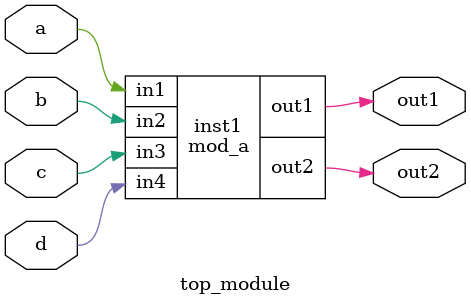
<source format=v>


module mod_a (
    output out1,
    output out2,
    input  in1,
    input  in2,
    input  in3,
    input  in4
);
endmodule

module top_module(
    input a, 
    input b, 
    input c,
    input d,
    output out1,
    output out2
    );

mod_a inst1 (
    .out1(out1),
    .out2(out2),
    .in1(a),
    .in2(b),
    .in3(c),
    .in4(d)
);

endmodule
</source>
